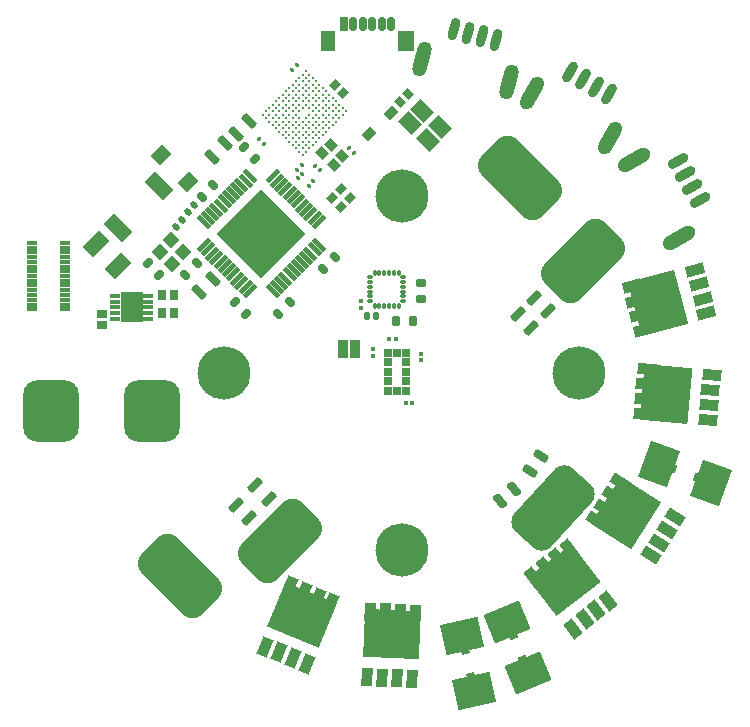
<source format=gts>
G04 Layer_Color=8388736*
%FSLAX44Y44*%
%MOMM*%
G71*
G01*
G75*
G04:AMPARAMS|DCode=16|XSize=0.32mm|YSize=0.36mm|CornerRadius=0.08mm|HoleSize=0mm|Usage=FLASHONLY|Rotation=270.000|XOffset=0mm|YOffset=0mm|HoleType=Round|Shape=RoundedRectangle|*
%AMROUNDEDRECTD16*
21,1,0.3200,0.2000,0,0,270.0*
21,1,0.1600,0.3600,0,0,270.0*
1,1,0.1600,-0.1000,-0.0800*
1,1,0.1600,-0.1000,0.0800*
1,1,0.1600,0.1000,0.0800*
1,1,0.1600,0.1000,-0.0800*
%
%ADD16ROUNDEDRECTD16*%
G04:AMPARAMS|DCode=17|XSize=0.32mm|YSize=0.36mm|CornerRadius=0.08mm|HoleSize=0mm|Usage=FLASHONLY|Rotation=180.000|XOffset=0mm|YOffset=0mm|HoleType=Round|Shape=RoundedRectangle|*
%AMROUNDEDRECTD17*
21,1,0.3200,0.2000,0,0,180.0*
21,1,0.1600,0.3600,0,0,180.0*
1,1,0.1600,-0.0800,0.1000*
1,1,0.1600,0.0800,0.1000*
1,1,0.1600,0.0800,-0.1000*
1,1,0.1600,-0.0800,-0.1000*
%
%ADD17ROUNDEDRECTD17*%
G04:AMPARAMS|DCode=22|XSize=0.7112mm|YSize=1.3208mm|CornerRadius=0.1778mm|HoleSize=0mm|Usage=FLASHONLY|Rotation=220.000|XOffset=0mm|YOffset=0mm|HoleType=Round|Shape=RoundedRectangle|*
%AMROUNDEDRECTD22*
21,1,0.7112,0.9652,0,0,220.0*
21,1,0.3556,1.3208,0,0,220.0*
1,1,0.3556,-0.4464,0.2554*
1,1,0.3556,-0.1740,0.4840*
1,1,0.3556,0.4464,-0.2554*
1,1,0.3556,0.1740,-0.4840*
%
%ADD22ROUNDEDRECTD22*%
G04:AMPARAMS|DCode=29|XSize=0.508mm|YSize=0.6096mm|CornerRadius=0.127mm|HoleSize=0mm|Usage=FLASHONLY|Rotation=225.000|XOffset=0mm|YOffset=0mm|HoleType=Round|Shape=RoundedRectangle|*
%AMROUNDEDRECTD29*
21,1,0.5080,0.3556,0,0,225.0*
21,1,0.2540,0.6096,0,0,225.0*
1,1,0.2540,-0.2155,0.0359*
1,1,0.2540,-0.0359,0.2155*
1,1,0.2540,0.2155,-0.0359*
1,1,0.2540,0.0359,-0.2155*
%
%ADD29ROUNDEDRECTD29*%
G04:AMPARAMS|DCode=30|XSize=0.6096mm|YSize=0.9144mm|CornerRadius=0.1524mm|HoleSize=0mm|Usage=FLASHONLY|Rotation=135.000|XOffset=0mm|YOffset=0mm|HoleType=Round|Shape=RoundedRectangle|*
%AMROUNDEDRECTD30*
21,1,0.6096,0.6096,0,0,135.0*
21,1,0.3048,0.9144,0,0,135.0*
1,1,0.3048,0.1078,0.3233*
1,1,0.3048,0.3233,0.1078*
1,1,0.3048,-0.1078,-0.3233*
1,1,0.3048,-0.3233,-0.1078*
%
%ADD30ROUNDEDRECTD30*%
G04:AMPARAMS|DCode=31|XSize=0.6096mm|YSize=0.9144mm|CornerRadius=0.1524mm|HoleSize=0mm|Usage=FLASHONLY|Rotation=225.000|XOffset=0mm|YOffset=0mm|HoleType=Round|Shape=RoundedRectangle|*
%AMROUNDEDRECTD31*
21,1,0.6096,0.6096,0,0,225.0*
21,1,0.3048,0.9144,0,0,225.0*
1,1,0.3048,-0.3233,0.1078*
1,1,0.3048,-0.1078,0.3233*
1,1,0.3048,0.3233,-0.1078*
1,1,0.3048,0.1078,-0.3233*
%
%ADD31ROUNDEDRECTD31*%
G04:AMPARAMS|DCode=34|XSize=0.32mm|YSize=0.36mm|CornerRadius=0.08mm|HoleSize=0mm|Usage=FLASHONLY|Rotation=135.000|XOffset=0mm|YOffset=0mm|HoleType=Round|Shape=RoundedRectangle|*
%AMROUNDEDRECTD34*
21,1,0.3200,0.2000,0,0,135.0*
21,1,0.1600,0.3600,0,0,135.0*
1,1,0.1600,0.0141,0.1273*
1,1,0.1600,0.1273,0.0141*
1,1,0.1600,-0.0141,-0.1273*
1,1,0.1600,-0.1273,-0.0141*
%
%ADD34ROUNDEDRECTD34*%
G04:AMPARAMS|DCode=35|XSize=0.32mm|YSize=0.36mm|CornerRadius=0.08mm|HoleSize=0mm|Usage=FLASHONLY|Rotation=45.000|XOffset=0mm|YOffset=0mm|HoleType=Round|Shape=RoundedRectangle|*
%AMROUNDEDRECTD35*
21,1,0.3200,0.2000,0,0,45.0*
21,1,0.1600,0.3600,0,0,45.0*
1,1,0.1600,0.1273,-0.0141*
1,1,0.1600,0.0141,-0.1273*
1,1,0.1600,-0.1273,0.0141*
1,1,0.1600,-0.0141,0.1273*
%
%ADD35ROUNDEDRECTD35*%
G04:AMPARAMS|DCode=37|XSize=0.7112mm|YSize=1.3208mm|CornerRadius=0.1778mm|HoleSize=0mm|Usage=FLASHONLY|Rotation=225.219|XOffset=0mm|YOffset=0mm|HoleType=Round|Shape=RoundedRectangle|*
%AMROUNDEDRECTD37*
21,1,0.7112,0.9652,0,0,225.2*
21,1,0.3556,1.3208,0,0,225.2*
1,1,0.3556,-0.4678,0.2137*
1,1,0.3556,-0.2173,0.4661*
1,1,0.3556,0.4678,-0.2137*
1,1,0.3556,0.2173,-0.4661*
%
%ADD37ROUNDEDRECTD37*%
G04:AMPARAMS|DCode=38|XSize=0.6096mm|YSize=0.9144mm|CornerRadius=0.1524mm|HoleSize=0mm|Usage=FLASHONLY|Rotation=90.000|XOffset=0mm|YOffset=0mm|HoleType=Round|Shape=RoundedRectangle|*
%AMROUNDEDRECTD38*
21,1,0.6096,0.6096,0,0,90.0*
21,1,0.3048,0.9144,0,0,90.0*
1,1,0.3048,0.3048,0.1524*
1,1,0.3048,0.3048,-0.1524*
1,1,0.3048,-0.3048,-0.1524*
1,1,0.3048,-0.3048,0.1524*
%
%ADD38ROUNDEDRECTD38*%
G04:AMPARAMS|DCode=42|XSize=0.7112mm|YSize=1.3208mm|CornerRadius=0.1778mm|HoleSize=0mm|Usage=FLASHONLY|Rotation=315.000|XOffset=0mm|YOffset=0mm|HoleType=Round|Shape=RoundedRectangle|*
%AMROUNDEDRECTD42*
21,1,0.7112,0.9652,0,0,315.0*
21,1,0.3556,1.3208,0,0,315.0*
1,1,0.3556,-0.2155,-0.4670*
1,1,0.3556,-0.4670,-0.2155*
1,1,0.3556,0.2155,0.4670*
1,1,0.3556,0.4670,0.2155*
%
%ADD42ROUNDEDRECTD42*%
G04:AMPARAMS|DCode=43|XSize=0.7112mm|YSize=1.3208mm|CornerRadius=0.1778mm|HoleSize=0mm|Usage=FLASHONLY|Rotation=315.000|XOffset=0mm|YOffset=0mm|HoleType=Round|Shape=RoundedRectangle|*
%AMROUNDEDRECTD43*
21,1,0.7112,0.9652,0,0,315.0*
21,1,0.3556,1.3208,0,0,315.0*
1,1,0.3556,-0.2155,-0.4670*
1,1,0.3556,-0.4670,-0.2155*
1,1,0.3556,0.2155,0.4670*
1,1,0.3556,0.4670,0.2155*
%
%ADD43ROUNDEDRECTD43*%
G04:AMPARAMS|DCode=50|XSize=0.7112mm|YSize=1.3208mm|CornerRadius=0.1778mm|HoleSize=0mm|Usage=FLASHONLY|Rotation=55.000|XOffset=0mm|YOffset=0mm|HoleType=Round|Shape=RoundedRectangle|*
%AMROUNDEDRECTD50*
21,1,0.7112,0.9652,0,0,55.0*
21,1,0.3556,1.3208,0,0,55.0*
1,1,0.3556,0.4973,-0.1312*
1,1,0.3556,0.2933,-0.4224*
1,1,0.3556,-0.4973,0.1312*
1,1,0.3556,-0.2933,0.4224*
%
%ADD50ROUNDEDRECTD50*%
G04:AMPARAMS|DCode=72|XSize=0.508mm|YSize=0.6096mm|CornerRadius=0.127mm|HoleSize=0mm|Usage=FLASHONLY|Rotation=180.000|XOffset=0mm|YOffset=0mm|HoleType=Round|Shape=RoundedRectangle|*
%AMROUNDEDRECTD72*
21,1,0.5080,0.3556,0,0,180.0*
21,1,0.2540,0.6096,0,0,180.0*
1,1,0.2540,-0.1270,0.1778*
1,1,0.2540,0.1270,0.1778*
1,1,0.2540,0.1270,-0.1778*
1,1,0.2540,-0.1270,-0.1778*
%
%ADD72ROUNDEDRECTD72*%
G04:AMPARAMS|DCode=73|XSize=0.6096mm|YSize=0.9144mm|CornerRadius=0.1524mm|HoleSize=0mm|Usage=FLASHONLY|Rotation=0.000|XOffset=0mm|YOffset=0mm|HoleType=Round|Shape=RoundedRectangle|*
%AMROUNDEDRECTD73*
21,1,0.6096,0.6096,0,0,0.0*
21,1,0.3048,0.9144,0,0,0.0*
1,1,0.3048,0.1524,-0.3048*
1,1,0.3048,-0.1524,-0.3048*
1,1,0.3048,-0.1524,0.3048*
1,1,0.3048,0.1524,0.3048*
%
%ADD73ROUNDEDRECTD73*%
G04:AMPARAMS|DCode=74|XSize=0.7112mm|YSize=1.3208mm|CornerRadius=0.1778mm|HoleSize=0mm|Usage=FLASHONLY|Rotation=225.000|XOffset=0mm|YOffset=0mm|HoleType=Round|Shape=RoundedRectangle|*
%AMROUNDEDRECTD74*
21,1,0.7112,0.9652,0,0,225.0*
21,1,0.3556,1.3208,0,0,225.0*
1,1,0.3556,-0.4670,0.2155*
1,1,0.3556,-0.2155,0.4670*
1,1,0.3556,0.4670,-0.2155*
1,1,0.3556,0.2155,-0.4670*
%
%ADD74ROUNDEDRECTD74*%
%ADD163R,0.7112X0.8128*%
%ADD164R,0.9144X0.4064*%
%ADD165R,0.8128X0.7112*%
%ADD166R,0.9032X0.4532*%
%ADD167R,1.8532X2.5832*%
%ADD168R,0.9332X0.5532*%
%ADD169R,0.7032X0.7032*%
%ADD170R,0.7032X0.7032*%
%ADD171C,0.2705*%
G04:AMPARAMS|DCode=172|XSize=4.7032mm|YSize=5.2032mm|CornerRadius=1.2266mm|HoleSize=0mm|Usage=FLASHONLY|Rotation=180.000|XOffset=0mm|YOffset=0mm|HoleType=Round|Shape=RoundedRectangle|*
%AMROUNDEDRECTD172*
21,1,4.7032,2.7500,0,0,180.0*
21,1,2.2500,5.2032,0,0,180.0*
1,1,2.4532,-1.1250,1.3750*
1,1,2.4532,1.1250,1.3750*
1,1,2.4532,1.1250,-1.3750*
1,1,2.4532,-1.1250,-1.3750*
%
%ADD172ROUNDEDRECTD172*%
G04:AMPARAMS|DCode=173|XSize=3.0226mm|YSize=1.2192mm|CornerRadius=0.6096mm|HoleSize=0mm|Usage=FLASHONLY|Rotation=60.000|XOffset=0mm|YOffset=0mm|HoleType=Round|Shape=RoundedRectangle|*
%AMROUNDEDRECTD173*
21,1,3.0226,0.0000,0,0,60.0*
21,1,1.8034,1.2192,0,0,60.0*
1,1,1.2192,0.4508,0.7809*
1,1,1.2192,-0.4508,-0.7809*
1,1,1.2192,-0.4508,-0.7809*
1,1,1.2192,0.4508,0.7809*
%
%ADD173ROUNDEDRECTD173*%
G04:AMPARAMS|DCode=174|XSize=0.8128mm|YSize=1.905mm|CornerRadius=0.4064mm|HoleSize=0mm|Usage=FLASHONLY|Rotation=330.000|XOffset=0mm|YOffset=0mm|HoleType=Round|Shape=RoundedRectangle|*
%AMROUNDEDRECTD174*
21,1,0.8128,1.0922,0,0,330.0*
21,1,0.0000,1.9050,0,0,330.0*
1,1,0.8128,-0.2731,-0.4729*
1,1,0.8128,-0.2731,-0.4729*
1,1,0.8128,0.2731,0.4729*
1,1,0.8128,0.2731,0.4729*
%
%ADD174ROUNDEDRECTD174*%
G04:AMPARAMS|DCode=175|XSize=3.0226mm|YSize=1.2192mm|CornerRadius=0.6096mm|HoleSize=0mm|Usage=FLASHONLY|Rotation=30.000|XOffset=0mm|YOffset=0mm|HoleType=Round|Shape=RoundedRectangle|*
%AMROUNDEDRECTD175*
21,1,3.0226,0.0000,0,0,30.0*
21,1,1.8034,1.2192,0,0,30.0*
1,1,1.2192,0.7809,0.4508*
1,1,1.2192,-0.7809,-0.4508*
1,1,1.2192,-0.7809,-0.4508*
1,1,1.2192,0.7809,0.4508*
%
%ADD175ROUNDEDRECTD175*%
G04:AMPARAMS|DCode=176|XSize=0.8128mm|YSize=1.905mm|CornerRadius=0.4064mm|HoleSize=0mm|Usage=FLASHONLY|Rotation=300.000|XOffset=0mm|YOffset=0mm|HoleType=Round|Shape=RoundedRectangle|*
%AMROUNDEDRECTD176*
21,1,0.8128,1.0922,0,0,300.0*
21,1,0.0000,1.9050,0,0,300.0*
1,1,0.8128,-0.4729,-0.2731*
1,1,0.8128,-0.4729,-0.2731*
1,1,0.8128,0.4729,0.2731*
1,1,0.8128,0.4729,0.2731*
%
%ADD176ROUNDEDRECTD176*%
G04:AMPARAMS|DCode=177|XSize=3.0226mm|YSize=1.2192mm|CornerRadius=0.6096mm|HoleSize=0mm|Usage=FLASHONLY|Rotation=75.000|XOffset=0mm|YOffset=0mm|HoleType=Round|Shape=RoundedRectangle|*
%AMROUNDEDRECTD177*
21,1,3.0226,0.0000,0,0,75.0*
21,1,1.8034,1.2192,0,0,75.0*
1,1,1.2192,0.2334,0.8710*
1,1,1.2192,-0.2334,-0.8710*
1,1,1.2192,-0.2334,-0.8710*
1,1,1.2192,0.2334,0.8710*
%
%ADD177ROUNDEDRECTD177*%
G04:AMPARAMS|DCode=178|XSize=0.8128mm|YSize=1.905mm|CornerRadius=0.4064mm|HoleSize=0mm|Usage=FLASHONLY|Rotation=345.000|XOffset=0mm|YOffset=0mm|HoleType=Round|Shape=RoundedRectangle|*
%AMROUNDEDRECTD178*
21,1,0.8128,1.0922,0,0,345.0*
21,1,0.0000,1.9050,0,0,345.0*
1,1,0.8128,-0.1413,-0.5275*
1,1,0.8128,-0.1413,-0.5275*
1,1,0.8128,0.1413,0.5275*
1,1,0.8128,0.1413,0.5275*
%
%ADD178ROUNDEDRECTD178*%
G04:AMPARAMS|DCode=179|XSize=1.0532mm|YSize=1.0032mm|CornerRadius=0mm|HoleSize=0mm|Usage=FLASHONLY|Rotation=315.000|XOffset=0mm|YOffset=0mm|HoleType=Round|Shape=Rectangle|*
%AMROTATEDRECTD179*
4,1,4,-0.7270,0.0177,-0.0177,0.7270,0.7270,-0.0177,0.0177,-0.7270,-0.7270,0.0177,0.0*
%
%ADD179ROTATEDRECTD179*%

G04:AMPARAMS|DCode=180|XSize=0.7112mm|YSize=0.8128mm|CornerRadius=0mm|HoleSize=0mm|Usage=FLASHONLY|Rotation=135.000|XOffset=0mm|YOffset=0mm|HoleType=Round|Shape=Rectangle|*
%AMROTATEDRECTD180*
4,1,4,0.5388,0.0359,-0.0359,-0.5388,-0.5388,-0.0359,0.0359,0.5388,0.5388,0.0359,0.0*
%
%ADD180ROTATEDRECTD180*%

G04:AMPARAMS|DCode=181|XSize=1.6032mm|YSize=1.3032mm|CornerRadius=0mm|HoleSize=0mm|Usage=FLASHONLY|Rotation=135.000|XOffset=0mm|YOffset=0mm|HoleType=Round|Shape=Rectangle|*
%AMROTATEDRECTD181*
4,1,4,1.0276,-0.1061,0.1061,-1.0276,-1.0276,0.1061,-0.1061,1.0276,1.0276,-0.1061,0.0*
%
%ADD181ROTATEDRECTD181*%

G04:AMPARAMS|DCode=182|XSize=3.2532mm|YSize=2.6032mm|CornerRadius=0mm|HoleSize=0mm|Usage=FLASHONLY|Rotation=192.500|XOffset=0mm|YOffset=0mm|HoleType=Round|Shape=Rectangle|*
%AMROTATEDRECTD182*
4,1,4,1.3063,1.6228,1.8698,-0.9187,-1.3063,-1.6228,-1.8698,0.9187,1.3063,1.6228,0.0*
%
%ADD182ROTATEDRECTD182*%

%ADD183P,0.9945X4X237.5*%
G04:AMPARAMS|DCode=184|XSize=3.2532mm|YSize=2.6032mm|CornerRadius=0mm|HoleSize=0mm|Usage=FLASHONLY|Rotation=250.000|XOffset=0mm|YOffset=0mm|HoleType=Round|Shape=Rectangle|*
%AMROTATEDRECTD184*
4,1,4,-0.6668,1.9737,1.7794,1.0833,0.6668,-1.9737,-1.7794,-1.0833,-0.6668,1.9737,0.0*
%
%ADD184ROTATEDRECTD184*%

%ADD185P,0.9945X4X295.0*%
G04:AMPARAMS|DCode=186|XSize=4.0532mm|YSize=4.7232mm|CornerRadius=0mm|HoleSize=0mm|Usage=FLASHONLY|Rotation=194.898|XOffset=0mm|YOffset=0mm|HoleType=Round|Shape=Rectangle|*
%AMROTATEDRECTD186*
4,1,4,1.3513,2.8033,2.5656,-1.7612,-1.3513,-2.8033,-2.5656,1.7612,1.3513,2.8033,0.0*
%
%ADD186ROTATEDRECTD186*%

G04:AMPARAMS|DCode=187|XSize=0.9132mm|YSize=1.5732mm|CornerRadius=0mm|HoleSize=0mm|Usage=FLASHONLY|Rotation=284.898|XOffset=0mm|YOffset=0mm|HoleType=Round|Shape=Rectangle|*
%AMROTATEDRECTD187*
4,1,4,-0.8776,0.2390,0.6428,0.6435,0.8776,-0.2390,-0.6428,-0.6435,-0.8776,0.2390,0.0*
%
%ADD187ROTATEDRECTD187*%

G04:AMPARAMS|DCode=188|XSize=0.9532mm|YSize=0.8032mm|CornerRadius=0mm|HoleSize=0mm|Usage=FLASHONLY|Rotation=315.000|XOffset=0mm|YOffset=0mm|HoleType=Round|Shape=Rectangle|*
%AMROTATEDRECTD188*
4,1,4,-0.6210,0.0530,-0.0530,0.6210,0.6210,-0.0530,0.0530,-0.6210,-0.6210,0.0530,0.0*
%
%ADD188ROTATEDRECTD188*%

G04:AMPARAMS|DCode=189|XSize=0.557mm|YSize=0.3286mm|CornerRadius=0.13mm|HoleSize=0mm|Usage=FLASHONLY|Rotation=270.000|XOffset=0mm|YOffset=0mm|HoleType=Round|Shape=RoundedRectangle|*
%AMROUNDEDRECTD189*
21,1,0.5570,0.0686,0,0,270.0*
21,1,0.2970,0.3286,0,0,270.0*
1,1,0.2600,-0.0343,-0.1485*
1,1,0.2600,-0.0343,0.1485*
1,1,0.2600,0.0343,0.1485*
1,1,0.2600,0.0343,-0.1485*
%
%ADD189ROUNDEDRECTD189*%
G04:AMPARAMS|DCode=190|XSize=0.557mm|YSize=0.3286mm|CornerRadius=0.1071mm|HoleSize=0mm|Usage=FLASHONLY|Rotation=270.000|XOffset=0mm|YOffset=0mm|HoleType=Round|Shape=RoundedRectangle|*
%AMROUNDEDRECTD190*
21,1,0.5570,0.1143,0,0,270.0*
21,1,0.3427,0.3286,0,0,270.0*
1,1,0.2143,-0.0571,-0.1714*
1,1,0.2143,-0.0571,0.1714*
1,1,0.2143,0.0571,0.1714*
1,1,0.2143,0.0571,-0.1714*
%
%ADD190ROUNDEDRECTD190*%
G04:AMPARAMS|DCode=191|XSize=0.557mm|YSize=0.3286mm|CornerRadius=0.1529mm|HoleSize=0mm|Usage=FLASHONLY|Rotation=270.000|XOffset=0mm|YOffset=0mm|HoleType=Round|Shape=RoundedRectangle|*
%AMROUNDEDRECTD191*
21,1,0.5570,0.0229,0,0,270.0*
21,1,0.2513,0.3286,0,0,270.0*
1,1,0.3057,-0.0114,-0.1256*
1,1,0.3057,-0.0114,0.1256*
1,1,0.3057,0.0114,0.1256*
1,1,0.3057,0.0114,-0.1256*
%
%ADD191ROUNDEDRECTD191*%
G04:AMPARAMS|DCode=192|XSize=0.557mm|YSize=0.3286mm|CornerRadius=0.13mm|HoleSize=0mm|Usage=FLASHONLY|Rotation=0.000|XOffset=0mm|YOffset=0mm|HoleType=Round|Shape=RoundedRectangle|*
%AMROUNDEDRECTD192*
21,1,0.5570,0.0686,0,0,0.0*
21,1,0.2970,0.3286,0,0,0.0*
1,1,0.2600,0.1485,-0.0343*
1,1,0.2600,-0.1485,-0.0343*
1,1,0.2600,-0.1485,0.0343*
1,1,0.2600,0.1485,0.0343*
%
%ADD192ROUNDEDRECTD192*%
G04:AMPARAMS|DCode=193|XSize=0.557mm|YSize=0.3286mm|CornerRadius=0.1071mm|HoleSize=0mm|Usage=FLASHONLY|Rotation=0.000|XOffset=0mm|YOffset=0mm|HoleType=Round|Shape=RoundedRectangle|*
%AMROUNDEDRECTD193*
21,1,0.5570,0.1143,0,0,0.0*
21,1,0.3427,0.3286,0,0,0.0*
1,1,0.2143,0.1714,-0.0571*
1,1,0.2143,-0.1714,-0.0571*
1,1,0.2143,-0.1714,0.0571*
1,1,0.2143,0.1714,0.0571*
%
%ADD193ROUNDEDRECTD193*%
%ADD194P,7.5988X4X90.0*%
G04:AMPARAMS|DCode=195|XSize=0.4532mm|YSize=1.4532mm|CornerRadius=0mm|HoleSize=0mm|Usage=FLASHONLY|Rotation=45.000|XOffset=0mm|YOffset=0mm|HoleType=Round|Shape=Round|*
%AMOVALD195*
21,1,1.0000,0.4532,0.0000,0.0000,135.0*
1,1,0.4532,0.3535,-0.3535*
1,1,0.4532,-0.3535,0.3535*
%
%ADD195OVALD195*%

G04:AMPARAMS|DCode=196|XSize=0.4532mm|YSize=1.4532mm|CornerRadius=0mm|HoleSize=0mm|Usage=FLASHONLY|Rotation=135.000|XOffset=0mm|YOffset=0mm|HoleType=Round|Shape=Round|*
%AMOVALD196*
21,1,1.0000,0.4532,0.0000,0.0000,225.0*
1,1,0.4532,0.3535,0.3535*
1,1,0.4532,-0.3535,-0.3535*
%
%ADD196OVALD196*%

G04:AMPARAMS|DCode=197|XSize=0.7112mm|YSize=0.8128mm|CornerRadius=0mm|HoleSize=0mm|Usage=FLASHONLY|Rotation=225.000|XOffset=0mm|YOffset=0mm|HoleType=Round|Shape=Rectangle|*
%AMROTATEDRECTD197*
4,1,4,-0.0359,0.5388,0.5388,-0.0359,0.0359,-0.5388,-0.5388,0.0359,-0.0359,0.5388,0.0*
%
%ADD197ROTATEDRECTD197*%

G04:AMPARAMS|DCode=198|XSize=3.2532mm|YSize=2.6032mm|CornerRadius=0mm|HoleSize=0mm|Usage=FLASHONLY|Rotation=202.500|XOffset=0mm|YOffset=0mm|HoleType=Round|Shape=Rectangle|*
%AMROTATEDRECTD198*
4,1,4,1.0047,1.8250,2.0009,-0.5800,-1.0047,-1.8250,-2.0009,0.5800,1.0047,1.8250,0.0*
%
%ADD198ROTATEDRECTD198*%

%ADD199P,0.9945X4X247.5*%
G04:AMPARAMS|DCode=200|XSize=4.0532mm|YSize=4.7232mm|CornerRadius=0mm|HoleSize=0mm|Usage=FLASHONLY|Rotation=147.500|XOffset=0mm|YOffset=0mm|HoleType=Round|Shape=Rectangle|*
%AMROTATEDRECTD200*
4,1,4,2.9781,0.9029,0.4403,-3.0806,-2.9781,-0.9029,-0.4403,3.0806,2.9781,0.9029,0.0*
%
%ADD200ROTATEDRECTD200*%

G04:AMPARAMS|DCode=201|XSize=0.9132mm|YSize=1.5732mm|CornerRadius=0mm|HoleSize=0mm|Usage=FLASHONLY|Rotation=237.500|XOffset=0mm|YOffset=0mm|HoleType=Round|Shape=Rectangle|*
%AMROTATEDRECTD201*
4,1,4,-0.4181,0.8077,0.9087,-0.0376,0.4181,-0.8077,-0.9087,0.0376,-0.4181,0.8077,0.0*
%
%ADD201ROTATEDRECTD201*%

%ADD202R,1.4032X1.7032*%
G04:AMPARAMS|DCode=203|XSize=0.7032mm|YSize=1.2032mm|CornerRadius=0.3516mm|HoleSize=0mm|Usage=FLASHONLY|Rotation=180.000|XOffset=0mm|YOffset=0mm|HoleType=Round|Shape=RoundedRectangle|*
%AMROUNDEDRECTD203*
21,1,0.7032,0.5000,0,0,180.0*
21,1,0.0000,1.2032,0,0,180.0*
1,1,0.7032,0.0000,0.2500*
1,1,0.7032,0.0000,0.2500*
1,1,0.7032,0.0000,-0.2500*
1,1,0.7032,0.0000,-0.2500*
%
%ADD203ROUNDEDRECTD203*%
%ADD204R,0.7032X1.2032*%
%ADD205R,1.2032X1.7032*%
G04:AMPARAMS|DCode=206|XSize=1.2032mm|YSize=2.2032mm|CornerRadius=0mm|HoleSize=0mm|Usage=FLASHONLY|Rotation=45.000|XOffset=0mm|YOffset=0mm|HoleType=Round|Shape=Rectangle|*
%AMROTATEDRECTD206*
4,1,4,0.3535,-1.2044,-1.2044,0.3535,-0.3535,1.2044,1.2044,-0.3535,0.3535,-1.2044,0.0*
%
%ADD206ROTATEDRECTD206*%

G04:AMPARAMS|DCode=207|XSize=1.016mm|YSize=0.8128mm|CornerRadius=0mm|HoleSize=0mm|Usage=FLASHONLY|Rotation=225.000|XOffset=0mm|YOffset=0mm|HoleType=Round|Shape=Rectangle|*
%AMROTATEDRECTD207*
4,1,4,0.0718,0.6466,0.6466,0.0718,-0.0718,-0.6466,-0.6466,-0.0718,0.0718,0.6466,0.0*
%
%ADD207ROTATEDRECTD207*%

G04:AMPARAMS|DCode=208|XSize=1.1182mm|YSize=1.4232mm|CornerRadius=0mm|HoleSize=0mm|Usage=FLASHONLY|Rotation=315.000|XOffset=0mm|YOffset=0mm|HoleType=Round|Shape=Rectangle|*
%AMROTATEDRECTD208*
4,1,4,-0.8985,-0.1078,0.1078,0.8985,0.8985,0.1078,-0.1078,-0.8985,-0.8985,-0.1078,0.0*
%
%ADD208ROTATEDRECTD208*%

G04:AMPARAMS|DCode=209|XSize=1.9532mm|YSize=1.3032mm|CornerRadius=0mm|HoleSize=0mm|Usage=FLASHONLY|Rotation=45.000|XOffset=0mm|YOffset=0mm|HoleType=Round|Shape=Rectangle|*
%AMROTATEDRECTD209*
4,1,4,-0.2298,-1.1513,-1.1513,-0.2298,0.2298,1.1513,1.1513,0.2298,-0.2298,-1.1513,0.0*
%
%ADD209ROTATEDRECTD209*%

G04:AMPARAMS|DCode=210|XSize=4.0532mm|YSize=4.7232mm|CornerRadius=0mm|HoleSize=0mm|Usage=FLASHONLY|Rotation=87.500|XOffset=0mm|YOffset=0mm|HoleType=Round|Shape=Rectangle|*
%AMROTATEDRECTD210*
4,1,4,2.2710,-2.1277,-2.4478,-1.9217,-2.2710,2.1277,2.4478,1.9217,2.2710,-2.1277,0.0*
%
%ADD210ROTATEDRECTD210*%

G04:AMPARAMS|DCode=211|XSize=0.9132mm|YSize=1.5732mm|CornerRadius=0mm|HoleSize=0mm|Usage=FLASHONLY|Rotation=177.500|XOffset=0mm|YOffset=0mm|HoleType=Round|Shape=Rectangle|*
%AMROTATEDRECTD211*
4,1,4,0.4905,0.7659,0.4219,-0.8058,-0.4905,-0.7659,-0.4219,0.8058,0.4905,0.7659,0.0*
%
%ADD211ROTATEDRECTD211*%

G04:AMPARAMS|DCode=212|XSize=4.0532mm|YSize=4.7232mm|CornerRadius=0mm|HoleSize=0mm|Usage=FLASHONLY|Rotation=127.500|XOffset=0mm|YOffset=0mm|HoleType=Round|Shape=Rectangle|*
%AMROTATEDRECTD212*
4,1,4,3.1073,-0.1702,-0.6399,-3.0455,-3.1073,0.1702,0.6399,3.0455,3.1073,-0.1702,0.0*
%
%ADD212ROTATEDRECTD212*%

G04:AMPARAMS|DCode=213|XSize=0.9132mm|YSize=1.5732mm|CornerRadius=0mm|HoleSize=0mm|Usage=FLASHONLY|Rotation=217.500|XOffset=0mm|YOffset=0mm|HoleType=Round|Shape=Rectangle|*
%AMROTATEDRECTD213*
4,1,4,-0.1166,0.9020,0.8411,-0.3461,0.1166,-0.9020,-0.8411,0.3461,-0.1166,0.9020,0.0*
%
%ADD213ROTATEDRECTD213*%

G04:AMPARAMS|DCode=214|XSize=4.0532mm|YSize=4.7232mm|CornerRadius=0mm|HoleSize=0mm|Usage=FLASHONLY|Rotation=174.830|XOffset=0mm|YOffset=0mm|HoleType=Round|Shape=Rectangle|*
%AMROTATEDRECTD214*
4,1,4,2.2312,2.1694,1.8055,-2.5346,-2.2312,-2.1694,-1.8055,2.5346,2.2312,2.1694,0.0*
%
%ADD214ROTATEDRECTD214*%

G04:AMPARAMS|DCode=215|XSize=0.9132mm|YSize=1.5732mm|CornerRadius=0mm|HoleSize=0mm|Usage=FLASHONLY|Rotation=264.830|XOffset=0mm|YOffset=0mm|HoleType=Round|Shape=Rectangle|*
%AMROTATEDRECTD215*
4,1,4,-0.7422,0.5256,0.8245,0.3839,0.7422,-0.5256,-0.8245,-0.3839,-0.7422,0.5256,0.0*
%
%ADD215ROTATEDRECTD215*%

G04:AMPARAMS|DCode=216|XSize=4.0532mm|YSize=4.7232mm|CornerRadius=0mm|HoleSize=0mm|Usage=FLASHONLY|Rotation=67.602|XOffset=0mm|YOffset=0mm|HoleType=Round|Shape=Rectangle|*
%AMROTATEDRECTD216*
4,1,4,1.4112,-2.7736,-2.9556,-0.9738,-1.4112,2.7736,2.9556,0.9738,1.4112,-2.7736,0.0*
%
%ADD216ROTATEDRECTD216*%

G04:AMPARAMS|DCode=217|XSize=0.9132mm|YSize=1.5732mm|CornerRadius=0mm|HoleSize=0mm|Usage=FLASHONLY|Rotation=157.602|XOffset=0mm|YOffset=0mm|HoleType=Round|Shape=Rectangle|*
%AMROTATEDRECTD217*
4,1,4,0.7219,0.5533,0.1224,-0.9012,-0.7219,-0.5533,-0.1224,0.9012,0.7219,0.5533,0.0*
%
%ADD217ROTATEDRECTD217*%

%ADD218C,4.5032*%
G04:AMPARAMS|DCode=219|XSize=4.2032mm|YSize=7.2032mm|CornerRadius=1.1016mm|HoleSize=0mm|Usage=FLASHONLY|Rotation=315.000|XOffset=0mm|YOffset=0mm|HoleType=Round|Shape=RoundedRectangle|*
%AMROUNDEDRECTD219*
21,1,4.2032,5.0000,0,0,315.0*
21,1,2.0000,7.2032,0,0,315.0*
1,1,2.2032,-1.0607,-2.4749*
1,1,2.2032,-2.4749,-1.0607*
1,1,2.2032,1.0607,2.4749*
1,1,2.2032,2.4749,1.0607*
%
%ADD219ROUNDEDRECTD219*%
G04:AMPARAMS|DCode=220|XSize=4.2032mm|YSize=7.2032mm|CornerRadius=1.1016mm|HoleSize=0mm|Usage=FLASHONLY|Rotation=317.500|XOffset=0mm|YOffset=0mm|HoleType=Round|Shape=RoundedRectangle|*
%AMROUNDEDRECTD220*
21,1,4.2032,5.0000,0,0,317.5*
21,1,2.0000,7.2032,0,0,317.5*
1,1,2.2032,-0.9517,-2.5188*
1,1,2.2032,-2.4263,-1.1676*
1,1,2.2032,0.9517,2.5188*
1,1,2.2032,2.4263,1.1676*
%
%ADD220ROUNDEDRECTD220*%
G04:AMPARAMS|DCode=221|XSize=4.2032mm|YSize=7.2032mm|CornerRadius=1.1016mm|HoleSize=0mm|Usage=FLASHONLY|Rotation=45.000|XOffset=0mm|YOffset=0mm|HoleType=Round|Shape=RoundedRectangle|*
%AMROUNDEDRECTD221*
21,1,4.2032,5.0000,0,0,45.0*
21,1,2.0000,7.2032,0,0,45.0*
1,1,2.2032,2.4749,-1.0607*
1,1,2.2032,1.0607,-2.4749*
1,1,2.2032,-2.4749,1.0607*
1,1,2.2032,-1.0607,2.4749*
%
%ADD221ROUNDEDRECTD221*%
D16*
X985520Y686060D02*
D03*
Y680460D02*
D03*
X944880Y689870D02*
D03*
Y684270D02*
D03*
X934720Y724910D02*
D03*
Y730510D02*
D03*
D17*
X978160Y643890D02*
D03*
X972560D02*
D03*
X958590Y698500D02*
D03*
X964190D02*
D03*
D22*
X1064573Y571742D02*
D03*
X1052317Y561457D02*
D03*
D29*
X777836Y793131D02*
D03*
X783493Y798788D02*
D03*
X793653Y811488D02*
D03*
X787996Y805831D02*
D03*
D30*
X764024Y752910D02*
D03*
X754125Y762810D02*
D03*
X827785Y729790D02*
D03*
X837684Y719890D02*
D03*
X845304Y850700D02*
D03*
X835405Y860600D02*
D03*
D31*
X795774Y762810D02*
D03*
X785875Y752910D02*
D03*
X799845Y818950D02*
D03*
X809744Y828849D02*
D03*
X874514Y729790D02*
D03*
X864615Y719890D02*
D03*
X902715Y757990D02*
D03*
X912614Y767889D02*
D03*
D34*
X848535Y867790D02*
D03*
X852494Y863830D02*
D03*
X895708Y845114D02*
D03*
X899668Y841154D02*
D03*
X924735Y860170D02*
D03*
X928694Y856210D02*
D03*
D35*
X880434Y930020D02*
D03*
X876475Y926060D02*
D03*
X884630Y845260D02*
D03*
X880670Y841300D02*
D03*
X894404Y832230D02*
D03*
X890445Y828270D02*
D03*
X881179Y834244D02*
D03*
X885138Y838204D02*
D03*
D37*
X819705Y864199D02*
D03*
X808435Y852841D02*
D03*
X828763Y871884D02*
D03*
X840018Y883256D02*
D03*
D38*
X985520Y732140D02*
D03*
X985520Y746140D02*
D03*
D42*
X845243Y574617D02*
D03*
X856557Y563303D02*
D03*
X1078807Y708083D02*
D03*
X1067493Y719397D02*
D03*
X1081463Y733367D02*
D03*
X1092777Y722053D02*
D03*
D43*
X828733Y558107D02*
D03*
X840047Y546793D02*
D03*
D50*
X1078046Y586445D02*
D03*
X1087224Y599552D02*
D03*
D72*
X939610Y717550D02*
D03*
X947610D02*
D03*
D73*
X964550Y713432D02*
D03*
X978550Y713432D02*
D03*
D74*
X797868Y738233D02*
D03*
X809181Y749547D02*
D03*
D163*
X775970Y735330D02*
D03*
X765890D02*
D03*
X775970Y720090D02*
D03*
X765890D02*
D03*
D164*
X656060Y723646D02*
D03*
X656060Y727456D02*
D03*
X656060Y731520D02*
D03*
X684276Y723646D02*
D03*
X684276Y727456D02*
D03*
X684276Y731520D02*
D03*
X656060Y735584D02*
D03*
X684276D02*
D03*
X656060Y739648D02*
D03*
X684276Y739648D02*
D03*
X684276Y759680D02*
D03*
X656060Y759680D02*
D03*
X684276Y755680D02*
D03*
X656060Y755680D02*
D03*
X684276Y751680D02*
D03*
X656060Y751680D02*
D03*
X684276Y747680D02*
D03*
X656060Y747680D02*
D03*
X684276Y743680D02*
D03*
X656060Y743680D02*
D03*
X684276Y779712D02*
D03*
X656060Y779712D02*
D03*
X684276Y775712D02*
D03*
X656060Y775712D02*
D03*
X684276Y771712D02*
D03*
X656060Y771712D02*
D03*
X684276Y767712D02*
D03*
X656060Y767712D02*
D03*
X684276Y763712D02*
D03*
X656060Y763712D02*
D03*
D165*
X715518Y709850D02*
D03*
Y719930D02*
D03*
D166*
X726680Y735090D02*
D03*
Y730090D02*
D03*
Y725090D02*
D03*
Y720090D02*
D03*
Y715090D02*
D03*
X754380Y735090D02*
D03*
Y730090D02*
D03*
Y725090D02*
D03*
Y720090D02*
D03*
Y715090D02*
D03*
D167*
X740530Y725090D02*
D03*
D168*
X929910Y684610D02*
D03*
Y689610D02*
D03*
Y694610D02*
D03*
X919210Y684610D02*
D03*
Y689610D02*
D03*
Y694610D02*
D03*
D169*
X965200Y654560D02*
D03*
Y686560D02*
D03*
D170*
X973200Y654560D02*
D03*
Y662560D02*
D03*
Y670560D02*
D03*
Y678560D02*
D03*
Y686560D02*
D03*
X957200D02*
D03*
Y678560D02*
D03*
Y670560D02*
D03*
Y662560D02*
D03*
Y654560D02*
D03*
D171*
X885351Y854212D02*
D03*
X882523Y857040D02*
D03*
X879694Y859869D02*
D03*
X876866Y862697D02*
D03*
X874037Y865526D02*
D03*
X871209Y868354D02*
D03*
X868380Y871182D02*
D03*
X865552Y874011D02*
D03*
X862723Y876839D02*
D03*
X859895Y879668D02*
D03*
X857067Y882496D02*
D03*
X854238Y885324D02*
D03*
X851410Y888153D02*
D03*
X888179Y857040D02*
D03*
X885351Y859869D02*
D03*
X882523Y862697D02*
D03*
X879694Y865526D02*
D03*
X876866Y868354D02*
D03*
X874037Y871182D02*
D03*
X871209Y874011D02*
D03*
X868380Y876839D02*
D03*
X865552Y879668D02*
D03*
X862723Y882496D02*
D03*
X859895Y885324D02*
D03*
X857067Y888153D02*
D03*
X854238Y890981D02*
D03*
X891008Y859869D02*
D03*
X888179Y862697D02*
D03*
X885351Y865526D02*
D03*
X882523Y868354D02*
D03*
X879694Y871182D02*
D03*
X876866Y874011D02*
D03*
X874037Y876839D02*
D03*
X871209Y879668D02*
D03*
X868380Y882496D02*
D03*
X865552Y885324D02*
D03*
X862723Y888153D02*
D03*
X859895Y890981D02*
D03*
X857067Y893810D02*
D03*
X893836Y862697D02*
D03*
X891008Y865526D02*
D03*
X888179Y868354D02*
D03*
X885351Y871182D02*
D03*
X882523Y874011D02*
D03*
X879694Y876839D02*
D03*
X876866Y879668D02*
D03*
X874037Y882496D02*
D03*
X871209Y885324D02*
D03*
X868380Y888153D02*
D03*
X865552Y890981D02*
D03*
X862723Y893810D02*
D03*
X859895Y896638D02*
D03*
X896665Y865526D02*
D03*
X893836Y868354D02*
D03*
X891008Y871182D02*
D03*
X888179Y874011D02*
D03*
X885351Y876839D02*
D03*
X882523Y879668D02*
D03*
X879694Y882496D02*
D03*
X876866Y885324D02*
D03*
X874037Y888153D02*
D03*
X871209Y890981D02*
D03*
X868380Y893810D02*
D03*
X865552Y896638D02*
D03*
X862723Y899467D02*
D03*
X899493Y868354D02*
D03*
X896665Y871182D02*
D03*
X893836Y874011D02*
D03*
X891008Y876839D02*
D03*
X888179Y879668D02*
D03*
X885351Y882496D02*
D03*
X882523Y885324D02*
D03*
X879694Y888153D02*
D03*
X876866Y890981D02*
D03*
X874037Y893810D02*
D03*
X871209Y896638D02*
D03*
X868380Y899467D02*
D03*
X865552Y902295D02*
D03*
X902321Y871182D02*
D03*
X899493Y874011D02*
D03*
X896665Y876839D02*
D03*
X893836Y879668D02*
D03*
X891008Y882496D02*
D03*
X888179Y885324D02*
D03*
X882523Y890981D02*
D03*
X879694Y893810D02*
D03*
X876866Y896638D02*
D03*
X874037Y899467D02*
D03*
X871209Y902295D02*
D03*
X868380Y905124D02*
D03*
X905150Y874011D02*
D03*
X902321Y876839D02*
D03*
X899493Y879668D02*
D03*
X896665Y882496D02*
D03*
X893836Y885324D02*
D03*
X891008Y888153D02*
D03*
X885351Y893810D02*
D03*
X882523Y896638D02*
D03*
X879694Y899467D02*
D03*
X876866Y902295D02*
D03*
X874037Y905124D02*
D03*
X871209Y907952D02*
D03*
X907978Y876839D02*
D03*
X905150Y879668D02*
D03*
X902321Y882496D02*
D03*
X899493Y885324D02*
D03*
X896665Y888153D02*
D03*
X893836Y890981D02*
D03*
X891008Y893810D02*
D03*
X888179Y896638D02*
D03*
X885351Y899467D02*
D03*
X882523Y902295D02*
D03*
X879694Y905124D02*
D03*
X876866Y907952D02*
D03*
X874037Y910780D02*
D03*
X910807Y879668D02*
D03*
X907978Y882496D02*
D03*
X905150Y885324D02*
D03*
X902321Y888153D02*
D03*
X899493Y890981D02*
D03*
X896665Y893810D02*
D03*
X893836Y896638D02*
D03*
X891008Y899467D02*
D03*
X888179Y902295D02*
D03*
X885351Y905124D02*
D03*
X882523Y907952D02*
D03*
X879694Y910780D02*
D03*
X876866Y913609D02*
D03*
X913635Y882496D02*
D03*
X910807Y885324D02*
D03*
X907978Y888153D02*
D03*
X905150Y890981D02*
D03*
X902321Y893810D02*
D03*
X899493Y896638D02*
D03*
X896665Y899467D02*
D03*
X893836Y902295D02*
D03*
X891008Y905124D02*
D03*
X888179Y907952D02*
D03*
X885351Y910780D02*
D03*
X882523Y913609D02*
D03*
X879694Y916437D02*
D03*
X916464Y885324D02*
D03*
X913635Y888153D02*
D03*
X910807Y890981D02*
D03*
X907978Y893810D02*
D03*
X905150Y896638D02*
D03*
X902321Y899467D02*
D03*
X899493Y902295D02*
D03*
X896665Y905124D02*
D03*
X893836Y907952D02*
D03*
X891008Y910780D02*
D03*
X888179Y913609D02*
D03*
X885351Y916437D02*
D03*
X882523Y919266D02*
D03*
X919292Y888153D02*
D03*
X916464Y890981D02*
D03*
X913635Y893810D02*
D03*
X910807Y896638D02*
D03*
X907978Y899467D02*
D03*
X905150Y902295D02*
D03*
X902321Y905124D02*
D03*
X899493Y907952D02*
D03*
X896665Y910780D02*
D03*
X893836Y913609D02*
D03*
X891008Y916437D02*
D03*
X888179Y919266D02*
D03*
X885351Y922094D02*
D03*
X922121Y890981D02*
D03*
X919292Y893810D02*
D03*
X916464Y896638D02*
D03*
X913635Y899467D02*
D03*
X910807Y902295D02*
D03*
X907978Y905124D02*
D03*
X905150Y907952D02*
D03*
X902321Y910780D02*
D03*
X899493Y913609D02*
D03*
X896665Y916437D02*
D03*
X893836Y919266D02*
D03*
X891008Y922094D02*
D03*
X888179Y924922D02*
D03*
D172*
X672510Y637540D02*
D03*
X757510Y637540D02*
D03*
D173*
X1079199Y906982D02*
D03*
X1145540Y868680D02*
D03*
D174*
X1111887Y924483D02*
D03*
X1122665Y918260D02*
D03*
X1133577Y911960D02*
D03*
X1144402Y905710D02*
D03*
D175*
X1165658Y849931D02*
D03*
X1203960Y783590D02*
D03*
D176*
X1202717Y848743D02*
D03*
X1208940Y837965D02*
D03*
X1215240Y827053D02*
D03*
X1221490Y816227D02*
D03*
D177*
X986017Y935648D02*
D03*
X1060011Y915822D02*
D03*
D178*
X1013062Y961013D02*
D03*
X1025083Y957792D02*
D03*
X1037254Y954530D02*
D03*
X1049328Y951295D02*
D03*
D179*
X764285Y771960D02*
D03*
X774184Y781860D02*
D03*
X784344Y771700D02*
D03*
X774445Y761800D02*
D03*
D180*
X925170Y817824D02*
D03*
X918042Y824952D02*
D03*
X917550Y810204D02*
D03*
X910422Y817332D02*
D03*
X912714Y913456D02*
D03*
X919841Y906329D02*
D03*
D181*
X991261Y866857D02*
D03*
X1001868Y877463D02*
D03*
X976021Y880827D02*
D03*
X986628Y891433D02*
D03*
D182*
X1020169Y446634D02*
D03*
X1030342Y400748D02*
D03*
D183*
X1028043Y412273D02*
D03*
X1022957Y435216D02*
D03*
D184*
X1186879Y592834D02*
D03*
X1231045Y576759D02*
D03*
D185*
X1220089Y581013D02*
D03*
X1198006Y589051D02*
D03*
D186*
X1186278Y729135D02*
D03*
D187*
X1173587Y706046D02*
D03*
X1170322Y718319D02*
D03*
X1167057Y730592D02*
D03*
X1163792Y742865D02*
D03*
X1217330Y757109D02*
D03*
X1220595Y744836D02*
D03*
X1223860Y732562D02*
D03*
X1227125Y720290D02*
D03*
D188*
X901896Y855617D02*
D03*
X908967Y862688D02*
D03*
X911442Y846071D02*
D03*
X918513Y853142D02*
D03*
D189*
X946310Y754410D02*
D03*
X966470Y726410D02*
D03*
X946310Y726410D02*
D03*
D190*
X950310Y754410D02*
D03*
X954310Y754410D02*
D03*
X958342D02*
D03*
X962406D02*
D03*
Y726410D02*
D03*
X958342Y726410D02*
D03*
X954310D02*
D03*
X950310Y726410D02*
D03*
D191*
X966470Y754410D02*
D03*
D192*
X970310Y750570D02*
D03*
X970310Y730410D02*
D03*
X942310D02*
D03*
Y750570D02*
D03*
D193*
X970310Y746506D02*
D03*
X970310Y742442D02*
D03*
Y738410D02*
D03*
X970310Y734410D02*
D03*
X942310Y734410D02*
D03*
X942310Y738410D02*
D03*
Y742442D02*
D03*
Y746506D02*
D03*
D194*
X850300Y787454D02*
D03*
D195*
X801686Y797177D02*
D03*
X805222Y800712D02*
D03*
X808757Y804248D02*
D03*
X812293Y807783D02*
D03*
X815828Y811319D02*
D03*
X819364Y814854D02*
D03*
X822899Y818390D02*
D03*
X826435Y821925D02*
D03*
X829970Y825461D02*
D03*
X833506Y828996D02*
D03*
X837041Y832532D02*
D03*
X840577Y836067D02*
D03*
X898913Y777731D02*
D03*
X895378Y774196D02*
D03*
X891842Y770660D02*
D03*
X888307Y767124D02*
D03*
X884771Y763589D02*
D03*
X881236Y760053D02*
D03*
X877700Y756518D02*
D03*
X874165Y752982D02*
D03*
X870629Y749447D02*
D03*
X867094Y745911D02*
D03*
X863558Y742376D02*
D03*
X860023Y738840D02*
D03*
D196*
Y836067D02*
D03*
X863558Y832532D02*
D03*
X867094Y828996D02*
D03*
X870629Y825461D02*
D03*
X874165Y821925D02*
D03*
X877700Y818390D02*
D03*
X881236Y814854D02*
D03*
X884771Y811319D02*
D03*
X888307Y807783D02*
D03*
X891842Y804248D02*
D03*
X895378Y800712D02*
D03*
X898913Y797177D02*
D03*
X840577Y738840D02*
D03*
X837042Y742376D02*
D03*
X833506Y745911D02*
D03*
X829970Y749447D02*
D03*
X826435Y752982D02*
D03*
X822899Y756518D02*
D03*
X819364Y760053D02*
D03*
X815828Y763589D02*
D03*
X812293Y767124D02*
D03*
X808757Y770660D02*
D03*
X805222Y774196D02*
D03*
X801686Y777731D02*
D03*
D197*
X974700Y906175D02*
D03*
X967572Y899048D02*
D03*
D198*
X1058488Y458716D02*
D03*
X1076475Y415294D02*
D03*
D199*
X1072209Y426245D02*
D03*
X1063216Y447956D02*
D03*
D200*
X1159352Y551218D02*
D03*
D201*
X1133766Y544930D02*
D03*
X1140590Y555642D02*
D03*
X1147414Y566353D02*
D03*
X1154238Y577064D02*
D03*
X1200961Y547297D02*
D03*
X1194137Y536586D02*
D03*
X1187314Y525875D02*
D03*
X1180490Y515164D02*
D03*
D202*
X973120Y951052D02*
D03*
D203*
X960120Y965200D02*
D03*
X952120Y965200D02*
D03*
X944120Y965200D02*
D03*
X936120D02*
D03*
X928120Y965200D02*
D03*
D204*
X920120D02*
D03*
D205*
X907120Y951052D02*
D03*
D206*
X764052Y827607D02*
D03*
X728697Y792252D02*
D03*
D207*
X941864Y872070D02*
D03*
X959683Y889889D02*
D03*
D208*
X788433Y831371D02*
D03*
X765276Y854529D02*
D03*
D209*
X710159Y778836D02*
D03*
X729250Y759744D02*
D03*
D210*
X960530Y448363D02*
D03*
D211*
X942292Y467376D02*
D03*
X954980Y466822D02*
D03*
X967668Y466269D02*
D03*
X980356Y465714D02*
D03*
X977940Y410367D02*
D03*
X965251Y410921D02*
D03*
X952563Y411475D02*
D03*
X939876Y412029D02*
D03*
D212*
X1106350Y494340D02*
D03*
D213*
X1080158Y497182D02*
D03*
X1090233Y504913D02*
D03*
X1100309Y512644D02*
D03*
X1110384Y520376D02*
D03*
X1144110Y476424D02*
D03*
X1134034Y468693D02*
D03*
X1123959Y460961D02*
D03*
X1113883Y453230D02*
D03*
D214*
X1192950Y652190D02*
D03*
D215*
X1173107Y634857D02*
D03*
X1174251Y647506D02*
D03*
X1175396Y660154D02*
D03*
X1176540Y672802D02*
D03*
X1231715Y667810D02*
D03*
X1230570Y655162D02*
D03*
X1229426Y642514D02*
D03*
X1228281Y629865D02*
D03*
D216*
X885113Y465021D02*
D03*
D217*
X874435Y489106D02*
D03*
X886177Y484267D02*
D03*
X897919Y479428D02*
D03*
X909661Y474589D02*
D03*
X888551Y423368D02*
D03*
X876809Y428207D02*
D03*
X865068Y433047D02*
D03*
X853326Y437886D02*
D03*
D218*
X969026Y519742D02*
D03*
Y819742D02*
D03*
X1119026Y669742D02*
D03*
X819026Y669742D02*
D03*
D219*
X1122680Y764540D02*
D03*
X866140Y527050D02*
D03*
D220*
X1097623Y554982D02*
D03*
D221*
X1069340Y834390D02*
D03*
X781050Y497840D02*
D03*
M02*

</source>
